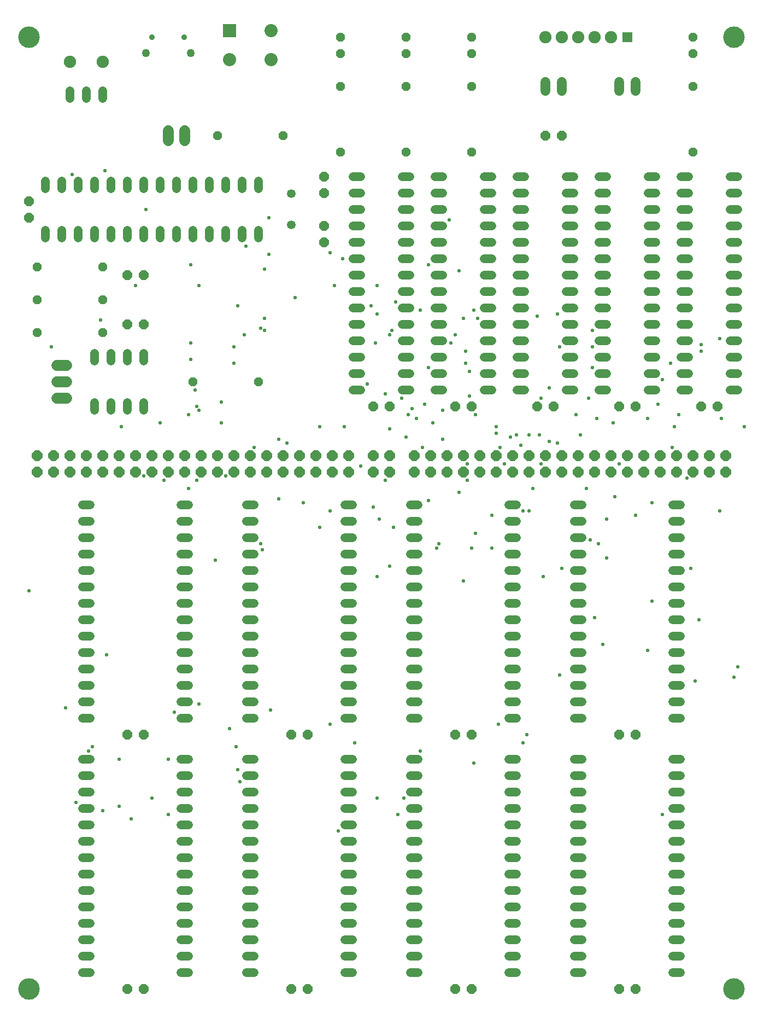
<source format=gbr>
G04 EAGLE Gerber RS-274X export*
G75*
%MOMM*%
%FSLAX34Y34*%
%LPD*%
%INSoldermask Top*%
%IPPOS*%
%AMOC8*
5,1,8,0,0,1.08239X$1,22.5*%
G01*
%ADD10C,3.327000*%
%ADD11P,1.787026X8X22.500000*%
%ADD12C,1.346200*%
%ADD13C,1.346200*%
%ADD14P,1.677055X8X292.500000*%
%ADD15P,1.677055X8X112.500000*%
%ADD16R,1.627000X1.627000*%
%ADD17C,1.905000*%
%ADD18P,1.677055X8X202.500000*%
%ADD19P,1.457113X8X22.500000*%
%ADD20P,1.677055X8X22.500000*%
%ADD21P,1.457113X8X292.500000*%
%ADD22C,1.651000*%
%ADD23C,1.498600*%
%ADD24C,0.889000*%
%ADD25C,1.270000*%
%ADD26R,2.032000X2.032000*%
%ADD27C,2.032000*%
%ADD28C,0.584200*%


D10*
X1117600Y25400D03*
X1117600Y1498600D03*
X25400Y1498600D03*
X25400Y25400D03*
D11*
X38100Y825500D03*
X63500Y825500D03*
X88900Y825500D03*
X114300Y825500D03*
X139700Y825500D03*
X165100Y825500D03*
X38100Y850900D03*
X63500Y850900D03*
X88900Y850900D03*
X114300Y850900D03*
X139700Y850900D03*
X165100Y850900D03*
X190500Y825500D03*
X190500Y850900D03*
X215900Y825500D03*
X241300Y825500D03*
X266700Y825500D03*
X292100Y825500D03*
X317500Y825500D03*
X342900Y825500D03*
X215900Y850900D03*
X241300Y850900D03*
X266700Y850900D03*
X292100Y850900D03*
X317500Y850900D03*
X342900Y850900D03*
X368300Y825500D03*
X368300Y850900D03*
X393700Y825500D03*
X419100Y825500D03*
X444500Y825500D03*
X469900Y825500D03*
X495300Y825500D03*
X520700Y825500D03*
X393700Y850900D03*
X419100Y850900D03*
X444500Y850900D03*
X469900Y850900D03*
X495300Y850900D03*
X520700Y850900D03*
D12*
X50800Y1187704D02*
X50800Y1199896D01*
X76200Y1199896D02*
X76200Y1187704D01*
X101600Y1187704D02*
X101600Y1199896D01*
X127000Y1199896D02*
X127000Y1187704D01*
X152400Y1187704D02*
X152400Y1199896D01*
X177800Y1199896D02*
X177800Y1187704D01*
X203200Y1187704D02*
X203200Y1199896D01*
X228600Y1199896D02*
X228600Y1187704D01*
X254000Y1187704D02*
X254000Y1199896D01*
X279400Y1199896D02*
X279400Y1187704D01*
X304800Y1187704D02*
X304800Y1199896D01*
X330200Y1199896D02*
X330200Y1187704D01*
X355600Y1187704D02*
X355600Y1199896D01*
X381000Y1199896D02*
X381000Y1187704D01*
X381000Y1263904D02*
X381000Y1276096D01*
X355600Y1276096D02*
X355600Y1263904D01*
X330200Y1263904D02*
X330200Y1276096D01*
X304800Y1276096D02*
X304800Y1263904D01*
X279400Y1263904D02*
X279400Y1276096D01*
X254000Y1276096D02*
X254000Y1263904D01*
X228600Y1263904D02*
X228600Y1276096D01*
X203200Y1276096D02*
X203200Y1263904D01*
X177800Y1263904D02*
X177800Y1276096D01*
X152400Y1276096D02*
X152400Y1263904D01*
X127000Y1263904D02*
X127000Y1276096D01*
X101600Y1276096D02*
X101600Y1263904D01*
X76200Y1263904D02*
X76200Y1276096D01*
X50800Y1276096D02*
X50800Y1263904D01*
D13*
X431800Y1207770D03*
X431800Y1256030D03*
D14*
X482600Y1282700D03*
X482600Y1257300D03*
D15*
X482600Y1181100D03*
X482600Y1206500D03*
D16*
X952500Y1498600D03*
D17*
X927100Y1498600D03*
X901700Y1498600D03*
X876300Y1498600D03*
X850900Y1498600D03*
X825500Y1498600D03*
D18*
X850900Y1346200D03*
X825500Y1346200D03*
D19*
X38100Y1143000D03*
X139700Y1143000D03*
D20*
X177800Y1130300D03*
X203200Y1130300D03*
X177800Y1054100D03*
X203200Y1054100D03*
D19*
X38100Y1041400D03*
X139700Y1041400D03*
X38100Y1092200D03*
X139700Y1092200D03*
D12*
X127000Y933196D02*
X127000Y921004D01*
X152400Y921004D02*
X152400Y933196D01*
X177800Y933196D02*
X177800Y921004D01*
X203200Y921004D02*
X203200Y933196D01*
X203200Y997204D02*
X203200Y1009396D01*
X177800Y1009396D02*
X177800Y997204D01*
X152400Y997204D02*
X152400Y1009396D01*
X127000Y1009396D02*
X127000Y997204D01*
D21*
X508000Y1498600D03*
X508000Y1473200D03*
X609600Y1498600D03*
X609600Y1473200D03*
X711200Y1498600D03*
X711200Y1473200D03*
X711200Y1422400D03*
X711200Y1320800D03*
X609600Y1422400D03*
X609600Y1320800D03*
X508000Y1422400D03*
X508000Y1320800D03*
D18*
X965200Y25400D03*
X939800Y25400D03*
X965200Y419100D03*
X939800Y419100D03*
X457200Y419100D03*
X431800Y419100D03*
X711200Y419100D03*
X685800Y419100D03*
X457200Y25400D03*
X431800Y25400D03*
D12*
X88900Y1403604D02*
X88900Y1415796D01*
X114300Y1415796D02*
X114300Y1403604D01*
X139700Y1403604D02*
X139700Y1415796D01*
D17*
X88900Y1460500D03*
X139700Y1460500D03*
D22*
X83820Y939800D02*
X68580Y939800D01*
X68580Y965200D02*
X83820Y965200D01*
X83820Y990600D02*
X68580Y990600D01*
D18*
X203200Y25400D03*
X177800Y25400D03*
X711200Y25400D03*
X685800Y25400D03*
X203200Y419100D03*
X177800Y419100D03*
D23*
X939800Y1415542D02*
X939800Y1429258D01*
X965200Y1429258D02*
X965200Y1415542D01*
X825500Y1415542D02*
X825500Y1429258D01*
X850900Y1429258D02*
X850900Y1415542D01*
D24*
X216300Y1498600D03*
X266300Y1498600D03*
D25*
X276300Y1473600D03*
X206300Y1473600D03*
D26*
X335800Y1508400D03*
D27*
X335800Y1463400D03*
X400800Y1463400D03*
X400800Y1508400D03*
D19*
X279400Y965200D03*
X381000Y965200D03*
D21*
X1054100Y1498600D03*
X1054100Y1473200D03*
X1054100Y1422400D03*
X1054100Y1320800D03*
D12*
X869696Y952500D02*
X857504Y952500D01*
X857504Y977900D02*
X869696Y977900D01*
X869696Y1003300D02*
X857504Y1003300D01*
X857504Y1028700D02*
X869696Y1028700D01*
X869696Y1054100D02*
X857504Y1054100D01*
X857504Y1079500D02*
X869696Y1079500D01*
X869696Y1104900D02*
X857504Y1104900D01*
X857504Y1130300D02*
X869696Y1130300D01*
X869696Y1155700D02*
X857504Y1155700D01*
X857504Y1181100D02*
X869696Y1181100D01*
X869696Y1206500D02*
X857504Y1206500D01*
X857504Y1231900D02*
X869696Y1231900D01*
X869696Y1257300D02*
X857504Y1257300D01*
X857504Y1282700D02*
X869696Y1282700D01*
X793496Y1282700D02*
X781304Y1282700D01*
X781304Y1257300D02*
X793496Y1257300D01*
X793496Y1231900D02*
X781304Y1231900D01*
X781304Y1206500D02*
X793496Y1206500D01*
X793496Y1181100D02*
X781304Y1181100D01*
X781304Y1155700D02*
X793496Y1155700D01*
X793496Y1130300D02*
X781304Y1130300D01*
X781304Y1104900D02*
X793496Y1104900D01*
X793496Y1079500D02*
X781304Y1079500D01*
X781304Y1054100D02*
X793496Y1054100D01*
X793496Y1028700D02*
X781304Y1028700D01*
X781304Y1003300D02*
X793496Y1003300D01*
X793496Y977900D02*
X781304Y977900D01*
X781304Y952500D02*
X793496Y952500D01*
X984504Y952500D02*
X996696Y952500D01*
X996696Y977900D02*
X984504Y977900D01*
X984504Y1003300D02*
X996696Y1003300D01*
X996696Y1028700D02*
X984504Y1028700D01*
X984504Y1054100D02*
X996696Y1054100D01*
X996696Y1079500D02*
X984504Y1079500D01*
X984504Y1104900D02*
X996696Y1104900D01*
X996696Y1130300D02*
X984504Y1130300D01*
X984504Y1155700D02*
X996696Y1155700D01*
X996696Y1181100D02*
X984504Y1181100D01*
X984504Y1206500D02*
X996696Y1206500D01*
X996696Y1231900D02*
X984504Y1231900D01*
X984504Y1257300D02*
X996696Y1257300D01*
X996696Y1282700D02*
X984504Y1282700D01*
X920496Y1282700D02*
X908304Y1282700D01*
X908304Y1257300D02*
X920496Y1257300D01*
X920496Y1231900D02*
X908304Y1231900D01*
X908304Y1206500D02*
X920496Y1206500D01*
X920496Y1181100D02*
X908304Y1181100D01*
X908304Y1155700D02*
X920496Y1155700D01*
X920496Y1130300D02*
X908304Y1130300D01*
X908304Y1104900D02*
X920496Y1104900D01*
X920496Y1079500D02*
X908304Y1079500D01*
X908304Y1054100D02*
X920496Y1054100D01*
X920496Y1028700D02*
X908304Y1028700D01*
X908304Y1003300D02*
X920496Y1003300D01*
X920496Y977900D02*
X908304Y977900D01*
X908304Y952500D02*
X920496Y952500D01*
X742696Y952500D02*
X730504Y952500D01*
X730504Y977900D02*
X742696Y977900D01*
X742696Y1003300D02*
X730504Y1003300D01*
X730504Y1028700D02*
X742696Y1028700D01*
X742696Y1054100D02*
X730504Y1054100D01*
X730504Y1079500D02*
X742696Y1079500D01*
X742696Y1104900D02*
X730504Y1104900D01*
X730504Y1130300D02*
X742696Y1130300D01*
X742696Y1155700D02*
X730504Y1155700D01*
X730504Y1181100D02*
X742696Y1181100D01*
X742696Y1206500D02*
X730504Y1206500D01*
X730504Y1231900D02*
X742696Y1231900D01*
X742696Y1257300D02*
X730504Y1257300D01*
X730504Y1282700D02*
X742696Y1282700D01*
X666496Y1282700D02*
X654304Y1282700D01*
X654304Y1257300D02*
X666496Y1257300D01*
X666496Y1231900D02*
X654304Y1231900D01*
X654304Y1206500D02*
X666496Y1206500D01*
X666496Y1181100D02*
X654304Y1181100D01*
X654304Y1155700D02*
X666496Y1155700D01*
X666496Y1130300D02*
X654304Y1130300D01*
X654304Y1104900D02*
X666496Y1104900D01*
X666496Y1079500D02*
X654304Y1079500D01*
X654304Y1054100D02*
X666496Y1054100D01*
X666496Y1028700D02*
X654304Y1028700D01*
X654304Y1003300D02*
X666496Y1003300D01*
X666496Y977900D02*
X654304Y977900D01*
X654304Y952500D02*
X666496Y952500D01*
X615696Y952500D02*
X603504Y952500D01*
X603504Y977900D02*
X615696Y977900D01*
X615696Y1003300D02*
X603504Y1003300D01*
X603504Y1028700D02*
X615696Y1028700D01*
X615696Y1054100D02*
X603504Y1054100D01*
X603504Y1079500D02*
X615696Y1079500D01*
X615696Y1104900D02*
X603504Y1104900D01*
X603504Y1130300D02*
X615696Y1130300D01*
X615696Y1155700D02*
X603504Y1155700D01*
X603504Y1181100D02*
X615696Y1181100D01*
X615696Y1206500D02*
X603504Y1206500D01*
X603504Y1231900D02*
X615696Y1231900D01*
X615696Y1257300D02*
X603504Y1257300D01*
X603504Y1282700D02*
X615696Y1282700D01*
X539496Y1282700D02*
X527304Y1282700D01*
X527304Y1257300D02*
X539496Y1257300D01*
X539496Y1231900D02*
X527304Y1231900D01*
X527304Y1206500D02*
X539496Y1206500D01*
X539496Y1181100D02*
X527304Y1181100D01*
X527304Y1155700D02*
X539496Y1155700D01*
X539496Y1130300D02*
X527304Y1130300D01*
X527304Y1104900D02*
X539496Y1104900D01*
X539496Y1079500D02*
X527304Y1079500D01*
X527304Y1054100D02*
X539496Y1054100D01*
X539496Y1028700D02*
X527304Y1028700D01*
X527304Y1003300D02*
X539496Y1003300D01*
X539496Y977900D02*
X527304Y977900D01*
X527304Y952500D02*
X539496Y952500D01*
X1111504Y952500D02*
X1123696Y952500D01*
X1123696Y977900D02*
X1111504Y977900D01*
X1111504Y1003300D02*
X1123696Y1003300D01*
X1123696Y1028700D02*
X1111504Y1028700D01*
X1111504Y1054100D02*
X1123696Y1054100D01*
X1123696Y1079500D02*
X1111504Y1079500D01*
X1111504Y1104900D02*
X1123696Y1104900D01*
X1123696Y1130300D02*
X1111504Y1130300D01*
X1111504Y1155700D02*
X1123696Y1155700D01*
X1123696Y1181100D02*
X1111504Y1181100D01*
X1111504Y1206500D02*
X1123696Y1206500D01*
X1123696Y1231900D02*
X1111504Y1231900D01*
X1111504Y1257300D02*
X1123696Y1257300D01*
X1123696Y1282700D02*
X1111504Y1282700D01*
X1047496Y1282700D02*
X1035304Y1282700D01*
X1035304Y1257300D02*
X1047496Y1257300D01*
X1047496Y1231900D02*
X1035304Y1231900D01*
X1035304Y1206500D02*
X1047496Y1206500D01*
X1047496Y1181100D02*
X1035304Y1181100D01*
X1035304Y1155700D02*
X1047496Y1155700D01*
X1047496Y1130300D02*
X1035304Y1130300D01*
X1035304Y1104900D02*
X1047496Y1104900D01*
X1047496Y1079500D02*
X1035304Y1079500D01*
X1035304Y1054100D02*
X1047496Y1054100D01*
X1047496Y1028700D02*
X1035304Y1028700D01*
X1035304Y1003300D02*
X1047496Y1003300D01*
X1047496Y977900D02*
X1035304Y977900D01*
X1035304Y952500D02*
X1047496Y952500D01*
D11*
X622300Y825500D03*
X647700Y825500D03*
X673100Y825500D03*
X698500Y825500D03*
X723900Y825500D03*
X749300Y825500D03*
X622300Y850900D03*
X647700Y850900D03*
X673100Y850900D03*
X698500Y850900D03*
X723900Y850900D03*
X749300Y850900D03*
X774700Y825500D03*
X774700Y850900D03*
X800100Y825500D03*
X825500Y825500D03*
X850900Y825500D03*
X876300Y825500D03*
X901700Y825500D03*
X927100Y825500D03*
X800100Y850900D03*
X825500Y850900D03*
X850900Y850900D03*
X876300Y850900D03*
X901700Y850900D03*
X927100Y850900D03*
X952500Y825500D03*
X952500Y850900D03*
X977900Y825500D03*
X1003300Y825500D03*
X1028700Y825500D03*
X1054100Y825500D03*
X1079500Y825500D03*
X1104900Y825500D03*
X977900Y850900D03*
X1003300Y850900D03*
X1028700Y850900D03*
X1054100Y850900D03*
X1079500Y850900D03*
X1104900Y850900D03*
D20*
X1066800Y927100D03*
X1092200Y927100D03*
X939800Y927100D03*
X965200Y927100D03*
X812800Y927100D03*
X838200Y927100D03*
X685800Y927100D03*
X711200Y927100D03*
X558800Y927100D03*
X584200Y927100D03*
D12*
X272796Y50800D02*
X260604Y50800D01*
X260604Y76200D02*
X272796Y76200D01*
X272796Y101600D02*
X260604Y101600D01*
X260604Y127000D02*
X272796Y127000D01*
X272796Y152400D02*
X260604Y152400D01*
X260604Y177800D02*
X272796Y177800D01*
X272796Y203200D02*
X260604Y203200D01*
X260604Y228600D02*
X272796Y228600D01*
X272796Y254000D02*
X260604Y254000D01*
X260604Y279400D02*
X272796Y279400D01*
X272796Y304800D02*
X260604Y304800D01*
X260604Y330200D02*
X272796Y330200D01*
X272796Y355600D02*
X260604Y355600D01*
X260604Y381000D02*
X272796Y381000D01*
X120396Y381000D02*
X108204Y381000D01*
X108204Y355600D02*
X120396Y355600D01*
X120396Y330200D02*
X108204Y330200D01*
X108204Y304800D02*
X120396Y304800D01*
X120396Y279400D02*
X108204Y279400D01*
X108204Y254000D02*
X120396Y254000D01*
X120396Y228600D02*
X108204Y228600D01*
X108204Y203200D02*
X120396Y203200D01*
X120396Y177800D02*
X108204Y177800D01*
X108204Y152400D02*
X120396Y152400D01*
X120396Y127000D02*
X108204Y127000D01*
X108204Y101600D02*
X120396Y101600D01*
X120396Y76200D02*
X108204Y76200D01*
X108204Y50800D02*
X120396Y50800D01*
X514604Y50800D02*
X526796Y50800D01*
X526796Y76200D02*
X514604Y76200D01*
X514604Y101600D02*
X526796Y101600D01*
X526796Y127000D02*
X514604Y127000D01*
X514604Y152400D02*
X526796Y152400D01*
X526796Y177800D02*
X514604Y177800D01*
X514604Y203200D02*
X526796Y203200D01*
X526796Y228600D02*
X514604Y228600D01*
X514604Y254000D02*
X526796Y254000D01*
X526796Y279400D02*
X514604Y279400D01*
X514604Y304800D02*
X526796Y304800D01*
X526796Y330200D02*
X514604Y330200D01*
X514604Y355600D02*
X526796Y355600D01*
X526796Y381000D02*
X514604Y381000D01*
X374396Y381000D02*
X362204Y381000D01*
X362204Y355600D02*
X374396Y355600D01*
X374396Y330200D02*
X362204Y330200D01*
X362204Y304800D02*
X374396Y304800D01*
X374396Y279400D02*
X362204Y279400D01*
X362204Y254000D02*
X374396Y254000D01*
X374396Y228600D02*
X362204Y228600D01*
X362204Y203200D02*
X374396Y203200D01*
X374396Y177800D02*
X362204Y177800D01*
X362204Y152400D02*
X374396Y152400D01*
X374396Y127000D02*
X362204Y127000D01*
X362204Y101600D02*
X374396Y101600D01*
X374396Y76200D02*
X362204Y76200D01*
X362204Y50800D02*
X374396Y50800D01*
X768604Y50800D02*
X780796Y50800D01*
X780796Y76200D02*
X768604Y76200D01*
X768604Y101600D02*
X780796Y101600D01*
X780796Y127000D02*
X768604Y127000D01*
X768604Y152400D02*
X780796Y152400D01*
X780796Y177800D02*
X768604Y177800D01*
X768604Y203200D02*
X780796Y203200D01*
X780796Y228600D02*
X768604Y228600D01*
X768604Y254000D02*
X780796Y254000D01*
X780796Y279400D02*
X768604Y279400D01*
X768604Y304800D02*
X780796Y304800D01*
X780796Y330200D02*
X768604Y330200D01*
X768604Y355600D02*
X780796Y355600D01*
X780796Y381000D02*
X768604Y381000D01*
X628396Y381000D02*
X616204Y381000D01*
X616204Y355600D02*
X628396Y355600D01*
X628396Y330200D02*
X616204Y330200D01*
X616204Y304800D02*
X628396Y304800D01*
X628396Y279400D02*
X616204Y279400D01*
X616204Y254000D02*
X628396Y254000D01*
X628396Y228600D02*
X616204Y228600D01*
X616204Y203200D02*
X628396Y203200D01*
X628396Y177800D02*
X616204Y177800D01*
X616204Y152400D02*
X628396Y152400D01*
X628396Y127000D02*
X616204Y127000D01*
X616204Y101600D02*
X628396Y101600D01*
X628396Y76200D02*
X616204Y76200D01*
X616204Y50800D02*
X628396Y50800D01*
X1022604Y50800D02*
X1034796Y50800D01*
X1034796Y76200D02*
X1022604Y76200D01*
X1022604Y101600D02*
X1034796Y101600D01*
X1034796Y127000D02*
X1022604Y127000D01*
X1022604Y152400D02*
X1034796Y152400D01*
X1034796Y177800D02*
X1022604Y177800D01*
X1022604Y203200D02*
X1034796Y203200D01*
X1034796Y228600D02*
X1022604Y228600D01*
X1022604Y254000D02*
X1034796Y254000D01*
X1034796Y279400D02*
X1022604Y279400D01*
X1022604Y304800D02*
X1034796Y304800D01*
X1034796Y330200D02*
X1022604Y330200D01*
X1022604Y355600D02*
X1034796Y355600D01*
X1034796Y381000D02*
X1022604Y381000D01*
X882396Y381000D02*
X870204Y381000D01*
X870204Y355600D02*
X882396Y355600D01*
X882396Y330200D02*
X870204Y330200D01*
X870204Y304800D02*
X882396Y304800D01*
X882396Y279400D02*
X870204Y279400D01*
X870204Y254000D02*
X882396Y254000D01*
X882396Y228600D02*
X870204Y228600D01*
X870204Y203200D02*
X882396Y203200D01*
X882396Y177800D02*
X870204Y177800D01*
X870204Y152400D02*
X882396Y152400D01*
X882396Y127000D02*
X870204Y127000D01*
X870204Y101600D02*
X882396Y101600D01*
X882396Y76200D02*
X870204Y76200D01*
X870204Y50800D02*
X882396Y50800D01*
X272796Y444500D02*
X260604Y444500D01*
X260604Y469900D02*
X272796Y469900D01*
X272796Y495300D02*
X260604Y495300D01*
X260604Y520700D02*
X272796Y520700D01*
X272796Y546100D02*
X260604Y546100D01*
X260604Y571500D02*
X272796Y571500D01*
X272796Y596900D02*
X260604Y596900D01*
X260604Y622300D02*
X272796Y622300D01*
X272796Y647700D02*
X260604Y647700D01*
X260604Y673100D02*
X272796Y673100D01*
X272796Y698500D02*
X260604Y698500D01*
X260604Y723900D02*
X272796Y723900D01*
X272796Y749300D02*
X260604Y749300D01*
X260604Y774700D02*
X272796Y774700D01*
X120396Y774700D02*
X108204Y774700D01*
X108204Y749300D02*
X120396Y749300D01*
X120396Y723900D02*
X108204Y723900D01*
X108204Y698500D02*
X120396Y698500D01*
X120396Y673100D02*
X108204Y673100D01*
X108204Y647700D02*
X120396Y647700D01*
X120396Y622300D02*
X108204Y622300D01*
X108204Y596900D02*
X120396Y596900D01*
X120396Y571500D02*
X108204Y571500D01*
X108204Y546100D02*
X120396Y546100D01*
X120396Y520700D02*
X108204Y520700D01*
X108204Y495300D02*
X120396Y495300D01*
X120396Y469900D02*
X108204Y469900D01*
X108204Y444500D02*
X120396Y444500D01*
X514604Y444500D02*
X526796Y444500D01*
X526796Y469900D02*
X514604Y469900D01*
X514604Y495300D02*
X526796Y495300D01*
X526796Y520700D02*
X514604Y520700D01*
X514604Y546100D02*
X526796Y546100D01*
X526796Y571500D02*
X514604Y571500D01*
X514604Y596900D02*
X526796Y596900D01*
X526796Y622300D02*
X514604Y622300D01*
X514604Y647700D02*
X526796Y647700D01*
X526796Y673100D02*
X514604Y673100D01*
X514604Y698500D02*
X526796Y698500D01*
X526796Y723900D02*
X514604Y723900D01*
X514604Y749300D02*
X526796Y749300D01*
X526796Y774700D02*
X514604Y774700D01*
X374396Y774700D02*
X362204Y774700D01*
X362204Y749300D02*
X374396Y749300D01*
X374396Y723900D02*
X362204Y723900D01*
X362204Y698500D02*
X374396Y698500D01*
X374396Y673100D02*
X362204Y673100D01*
X362204Y647700D02*
X374396Y647700D01*
X374396Y622300D02*
X362204Y622300D01*
X362204Y596900D02*
X374396Y596900D01*
X374396Y571500D02*
X362204Y571500D01*
X362204Y546100D02*
X374396Y546100D01*
X374396Y520700D02*
X362204Y520700D01*
X362204Y495300D02*
X374396Y495300D01*
X374396Y469900D02*
X362204Y469900D01*
X362204Y444500D02*
X374396Y444500D01*
X768604Y444500D02*
X780796Y444500D01*
X780796Y469900D02*
X768604Y469900D01*
X768604Y495300D02*
X780796Y495300D01*
X780796Y520700D02*
X768604Y520700D01*
X768604Y546100D02*
X780796Y546100D01*
X780796Y571500D02*
X768604Y571500D01*
X768604Y596900D02*
X780796Y596900D01*
X780796Y622300D02*
X768604Y622300D01*
X768604Y647700D02*
X780796Y647700D01*
X780796Y673100D02*
X768604Y673100D01*
X768604Y698500D02*
X780796Y698500D01*
X780796Y723900D02*
X768604Y723900D01*
X768604Y749300D02*
X780796Y749300D01*
X780796Y774700D02*
X768604Y774700D01*
X628396Y774700D02*
X616204Y774700D01*
X616204Y749300D02*
X628396Y749300D01*
X628396Y723900D02*
X616204Y723900D01*
X616204Y698500D02*
X628396Y698500D01*
X628396Y673100D02*
X616204Y673100D01*
X616204Y647700D02*
X628396Y647700D01*
X628396Y622300D02*
X616204Y622300D01*
X616204Y596900D02*
X628396Y596900D01*
X628396Y571500D02*
X616204Y571500D01*
X616204Y546100D02*
X628396Y546100D01*
X628396Y520700D02*
X616204Y520700D01*
X616204Y495300D02*
X628396Y495300D01*
X628396Y469900D02*
X616204Y469900D01*
X616204Y444500D02*
X628396Y444500D01*
X1022604Y444500D02*
X1034796Y444500D01*
X1034796Y469900D02*
X1022604Y469900D01*
X1022604Y495300D02*
X1034796Y495300D01*
X1034796Y520700D02*
X1022604Y520700D01*
X1022604Y546100D02*
X1034796Y546100D01*
X1034796Y571500D02*
X1022604Y571500D01*
X1022604Y596900D02*
X1034796Y596900D01*
X1034796Y622300D02*
X1022604Y622300D01*
X1022604Y647700D02*
X1034796Y647700D01*
X1034796Y673100D02*
X1022604Y673100D01*
X1022604Y698500D02*
X1034796Y698500D01*
X1034796Y723900D02*
X1022604Y723900D01*
X1022604Y749300D02*
X1034796Y749300D01*
X1034796Y774700D02*
X1022604Y774700D01*
X882396Y774700D02*
X870204Y774700D01*
X870204Y749300D02*
X882396Y749300D01*
X882396Y723900D02*
X870204Y723900D01*
X870204Y698500D02*
X882396Y698500D01*
X882396Y673100D02*
X870204Y673100D01*
X870204Y647700D02*
X882396Y647700D01*
X882396Y622300D02*
X870204Y622300D01*
X870204Y596900D02*
X882396Y596900D01*
X882396Y571500D02*
X870204Y571500D01*
X870204Y546100D02*
X882396Y546100D01*
X882396Y520700D02*
X870204Y520700D01*
X870204Y495300D02*
X882396Y495300D01*
X882396Y469900D02*
X870204Y469900D01*
X870204Y444500D02*
X882396Y444500D01*
D15*
X25400Y1219200D03*
X25400Y1244600D03*
D19*
X317500Y1346200D03*
X419100Y1346200D03*
D22*
X241300Y1338580D02*
X241300Y1353820D01*
X266700Y1353820D02*
X266700Y1338580D01*
D11*
X558800Y825500D03*
X558800Y850900D03*
X584200Y825500D03*
X584200Y850900D03*
D28*
X142875Y1292225D03*
X638175Y930275D03*
X136525Y1060450D03*
X60325Y1019175D03*
X139700Y301625D03*
X190500Y1114425D03*
X476250Y739775D03*
X587375Y1044575D03*
X168275Y895350D03*
X476250Y895350D03*
X685800Y1038225D03*
X679450Y1025525D03*
X492125Y765175D03*
X549275Y962025D03*
X590550Y739775D03*
X612775Y914400D03*
X1095375Y1031875D03*
X1044575Y815975D03*
X288925Y466725D03*
X1066800Y1022350D03*
X1050925Y676275D03*
X146050Y542925D03*
X1019175Y993775D03*
X990600Y625475D03*
X1006475Y968375D03*
X984250Y549275D03*
X1000125Y930275D03*
X1123950Y523875D03*
X847725Y511175D03*
X984250Y908050D03*
X1098550Y908050D03*
X1117600Y508000D03*
X930275Y901700D03*
X1095375Y765175D03*
X1063625Y596900D03*
X898525Y987425D03*
X914400Y558800D03*
X898525Y1019175D03*
X901700Y600075D03*
X898525Y1044575D03*
X879475Y882650D03*
X844550Y869950D03*
X1025525Y895350D03*
X815975Y882650D03*
X1133475Y895350D03*
X361950Y1174750D03*
X92075Y1285875D03*
X25400Y641350D03*
X288925Y1114425D03*
X117475Y393700D03*
X165100Y381000D03*
X276225Y1000125D03*
X241300Y381000D03*
X234950Y812800D03*
X514350Y895350D03*
X276225Y1025525D03*
X165100Y307975D03*
X282575Y952500D03*
X184150Y288925D03*
X285750Y927100D03*
X450850Y777875D03*
X273050Y800100D03*
X288925Y920750D03*
X396875Y1219200D03*
X920750Y752475D03*
X771525Y879475D03*
X933450Y787400D03*
X762000Y838200D03*
X965200Y758825D03*
X800100Y882650D03*
X831850Y873125D03*
X990600Y777875D03*
X800100Y765175D03*
X711200Y708025D03*
X904875Y908050D03*
X749300Y895350D03*
X939800Y838200D03*
X895350Y720725D03*
X873125Y914400D03*
X1031875Y914400D03*
X1066800Y1012825D03*
X568325Y752475D03*
X781050Y882650D03*
X850900Y676275D03*
X698500Y657225D03*
X644525Y987425D03*
X742950Y708025D03*
X720725Y1063625D03*
X806450Y800100D03*
X787400Y866775D03*
X692150Y793750D03*
X847725Y1019175D03*
X701675Y993775D03*
X352425Y346075D03*
X323850Y933450D03*
X349250Y365125D03*
X342900Y993775D03*
X346075Y400050D03*
X358775Y1038225D03*
X390525Y1044575D03*
X384175Y1047750D03*
X374650Y863600D03*
X438150Y1095375D03*
X609600Y879475D03*
X796925Y419100D03*
X492125Y434975D03*
X498475Y1114425D03*
X790575Y406400D03*
X530225Y406400D03*
X565150Y1114425D03*
X714375Y374650D03*
X644525Y781050D03*
X631825Y1076325D03*
X635000Y863600D03*
X565150Y320675D03*
X98425Y314325D03*
X676275Y1216025D03*
X206375Y1231900D03*
X123825Y400050D03*
X644525Y1146175D03*
X276225Y1146175D03*
X606425Y320675D03*
X215900Y320675D03*
X203200Y819150D03*
X425450Y869950D03*
X82550Y460375D03*
X558800Y771525D03*
X650875Y901700D03*
X1006475Y295275D03*
X412750Y876300D03*
X752475Y434975D03*
X704850Y812800D03*
X666750Y876300D03*
X666750Y920750D03*
X228600Y901700D03*
X603250Y939800D03*
X619125Y923925D03*
X241300Y295275D03*
X701675Y1012825D03*
X692150Y1136650D03*
X390525Y1139825D03*
X336550Y428625D03*
X330200Y819150D03*
X584200Y1038225D03*
X577850Y946150D03*
X273050Y914400D03*
X250825Y454025D03*
X565150Y1069975D03*
X561975Y1025525D03*
X342900Y1019175D03*
X631825Y393700D03*
X584200Y679450D03*
X314325Y688975D03*
X714375Y1076325D03*
X708025Y981075D03*
X323850Y901700D03*
X596900Y295275D03*
X555625Y1082675D03*
X349250Y1082675D03*
X504825Y269875D03*
X285750Y812800D03*
X698500Y1063625D03*
X390525Y1063625D03*
X384175Y714375D03*
X396875Y1162050D03*
X492125Y1165225D03*
X412750Y784225D03*
X565150Y663575D03*
X577850Y812800D03*
X625475Y908050D03*
X387350Y704850D03*
X660400Y714375D03*
X920750Y692150D03*
X657225Y708025D03*
X708025Y942975D03*
X717550Y730250D03*
X790575Y765175D03*
X822325Y663575D03*
X819150Y838200D03*
X742950Y758825D03*
X812800Y1066800D03*
X755650Y863600D03*
X908050Y714375D03*
X819150Y939800D03*
X892175Y939800D03*
X889000Y800100D03*
X539750Y835025D03*
X844550Y1069975D03*
X831850Y955675D03*
X717550Y914400D03*
X704850Y838200D03*
X1022350Y863600D03*
X593725Y1089025D03*
X1057275Y501650D03*
X400050Y457200D03*
X511175Y1155700D03*
X584200Y892175D03*
X749300Y885825D03*
M02*

</source>
